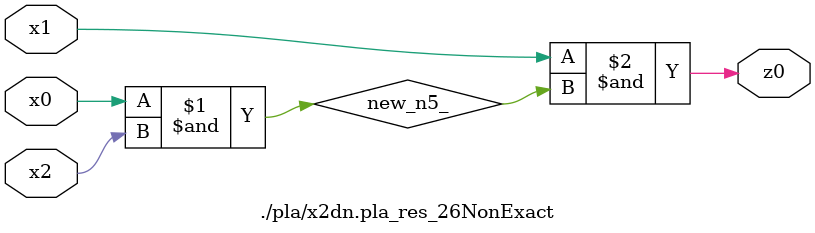
<source format=v>

module \./pla/x2dn.pla_res_26NonExact  ( 
    x0, x1, x2,
    z0  );
  input  x0, x1, x2;
  output z0;
  wire new_n5_;
  assign new_n5_ = x0 & x2;
  assign z0 = x1 & new_n5_;
endmodule



</source>
